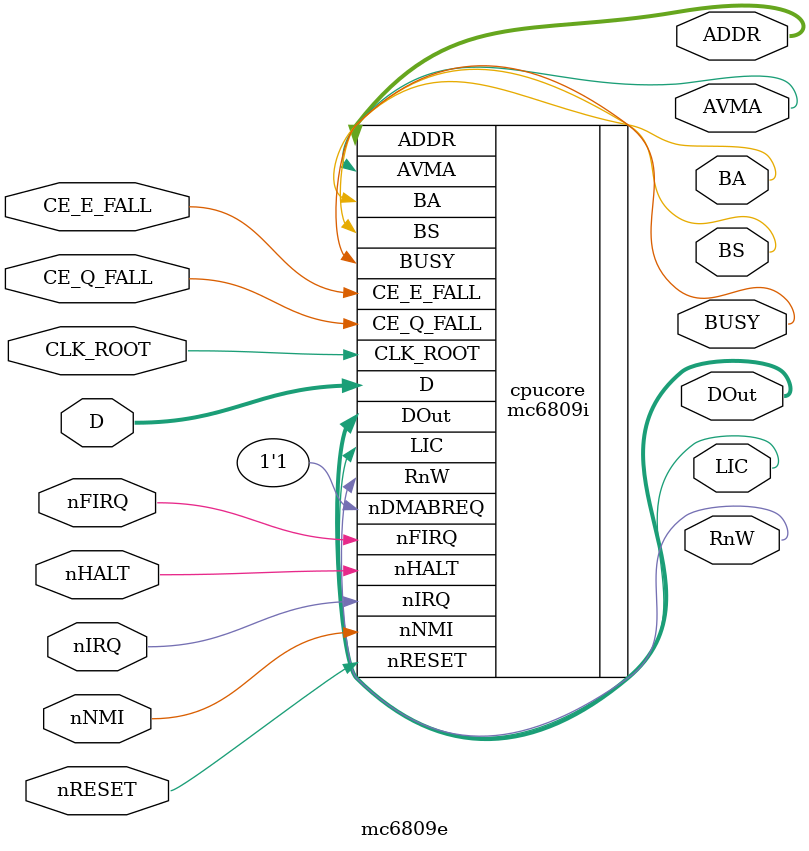
<source format=v>
`timescale 1ns / 1ps
module mc6809e(
    input   [7:0] D,
    output  [7:0] DOut,
    output  [15:0] ADDR,
    output  RnW,
    input   CLK_ROOT,
    input   CE_E_FALL,
    input   CE_Q_FALL,
    output  BS,
    output  BA,
    input   nIRQ,
    input   nFIRQ,
    input   nNMI,
    output  AVMA,
    output  BUSY,
    output  LIC,
    input 	nHALT,	 
    input   nRESET

    );



mc6809i cpucore (.D(D), .DOut(DOut), .ADDR(ADDR), .RnW(RnW), .CLK_ROOT(CLK_ROOT), .CE_E_FALL(CE_E_FALL), .CE_Q_FALL(CE_Q_FALL), .BS(BS), .BA(BA), .nIRQ(nIRQ), .nFIRQ(nFIRQ), 
                .nNMI(nNMI), .AVMA(AVMA), .BUSY(BUSY), .LIC(LIC), .nHALT(nHALT), .nRESET(nRESET), .nDMABREQ(1'b1)
                );


endmodule

</source>
